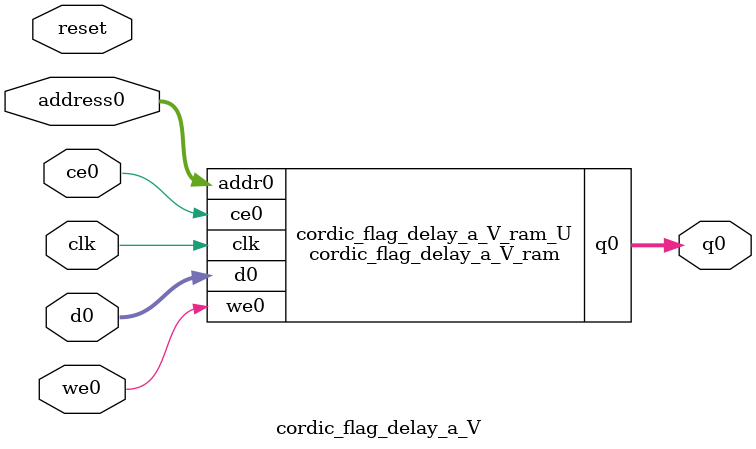
<source format=v>
`timescale 1 ns / 1 ps
module cordic_flag_delay_a_V_ram (addr0, ce0, d0, we0, q0,  clk);

parameter DWIDTH = 2;
parameter AWIDTH = 4;
parameter MEM_SIZE = 16;

input[AWIDTH-1:0] addr0;
input ce0;
input[DWIDTH-1:0] d0;
input we0;
output reg[DWIDTH-1:0] q0;
input clk;

reg [DWIDTH-1:0] ram[0:MEM_SIZE-1];




always @(posedge clk)  
begin 
    if (ce0) begin
        if (we0) 
            ram[addr0] <= d0; 
        q0 <= ram[addr0];
    end
end


endmodule

`timescale 1 ns / 1 ps
module cordic_flag_delay_a_V(
    reset,
    clk,
    address0,
    ce0,
    we0,
    d0,
    q0);

parameter DataWidth = 32'd2;
parameter AddressRange = 32'd16;
parameter AddressWidth = 32'd4;
input reset;
input clk;
input[AddressWidth - 1:0] address0;
input ce0;
input we0;
input[DataWidth - 1:0] d0;
output[DataWidth - 1:0] q0;



cordic_flag_delay_a_V_ram cordic_flag_delay_a_V_ram_U(
    .clk( clk ),
    .addr0( address0 ),
    .ce0( ce0 ),
    .we0( we0 ),
    .d0( d0 ),
    .q0( q0 ));

endmodule


</source>
